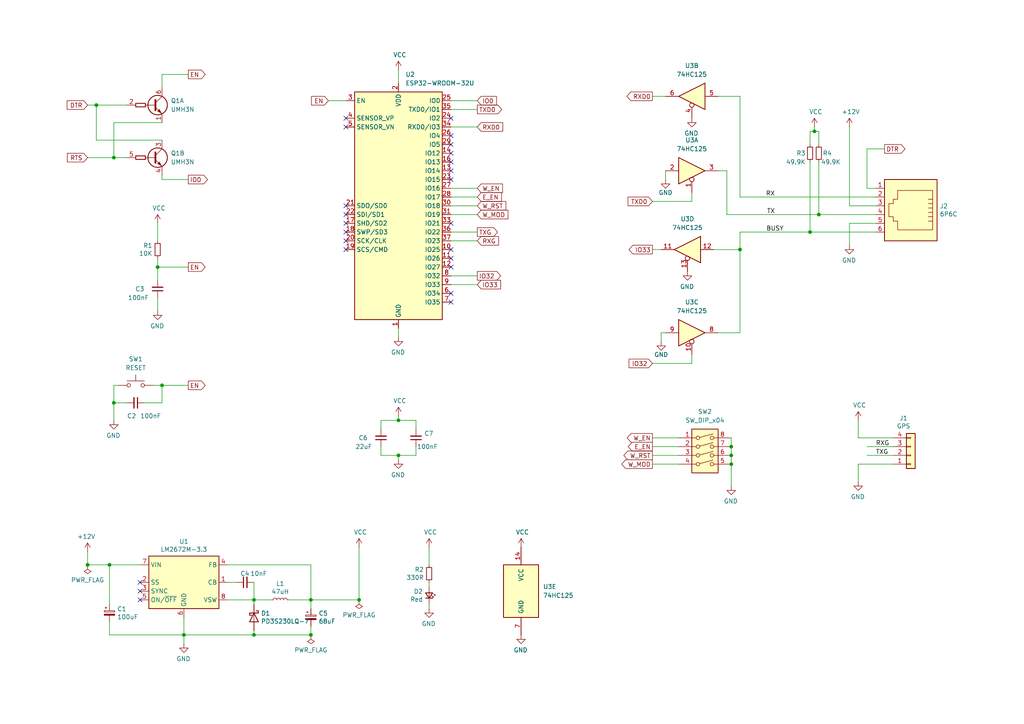
<source format=kicad_sch>
(kicad_sch (version 20211123) (generator eeschema)
  (paper "A4")
  (lib_symbols
    (symbol "74xx:74LVC125" (pin_names (offset 1.016))
      (property "Reference" "U" (at 0 1.27 0))
      (property "Value" "74LVC125" (at 0 -1.27 0))
      (symbol "74LVC125_1_0"
        (polyline (pts (xy -3.81 3.81) (xy -3.81 -3.81) (xy 3.81 0) (xy -3.81 3.81)) (stroke (width 0.254)) (fill (type background)))
        (pin input inverted (at 0 -6.35 90) (length 4.445) (name "~") (number "1"))
        (pin input line (at -7.62 0 0) (length 3.81) (name "~") (number "2"))
        (pin tri_state line (at 7.62 0 180) (length 3.81) (name "~") (number "3"))
      )
      (symbol "74LVC125_2_0"
        (polyline (pts (xy -3.81 3.81) (xy -3.81 -3.81) (xy 3.81 0) (xy -3.81 3.81)) (stroke (width 0.254)) (fill (type background)))
        (pin input inverted (at 0 -6.35 90) (length 4.445) (name "~") (number "4"))
        (pin input line (at -7.62 0 0) (length 3.81) (name "~") (number "5"))
        (pin tri_state line (at 7.62 0 180) (length 3.81) (name "~") (number "6"))
      )
      (symbol "74LVC125_3_0"
        (polyline (pts (xy -3.81 3.81) (xy -3.81 -3.81) (xy 3.81 0) (xy -3.81 3.81)) (stroke (width 0.254)) (fill (type background)))
        (pin input inverted (at 0 -6.35 90) (length 4.445) (name "~") (number "10"))
        (pin tri_state line (at 7.62 0 180) (length 3.81) (name "~") (number "8"))
        (pin input line (at -7.62 0 0) (length 3.81) (name "~") (number "9"))
      )
      (symbol "74LVC125_4_0"
        (polyline (pts (xy -3.81 3.81) (xy -3.81 -3.81) (xy 3.81 0) (xy -3.81 3.81)) (stroke (width 0.254)) (fill (type background)))
        (pin tri_state line (at 7.62 0 180) (length 3.81) (name "~") (number "11"))
        (pin input line (at -7.62 0 0) (length 3.81) (name "~") (number "12"))
        (pin input inverted (at 0 -6.35 90) (length 4.445) (name "~") (number "13"))
      )
      (symbol "74LVC125_5_0"
        (pin power_in line (at 0 12.7 270) (length 5.08) (name "VCC") (number "14"))
        (pin power_in line (at 0 -12.7 90) (length 5.08) (name "GND") (number "7"))
      )
      (symbol "74LVC125_5_1"
        (rectangle (start -5.08 7.62) (end 5.08 -7.62) (stroke (width 0.254)) (fill (type background)))
      )
    )
    (symbol "Connector:6P6C" (pin_names (offset 1.016))
      (property "Reference" "J" (at -5.08 11.43 0))
      (property "Value" "6P6C" (at 2.54 11.43 0))
      (symbol "6P6C_0_1"
        (polyline (pts (xy -6.35 -1.905) (xy -5.08 -1.905) (xy -5.08 -1.905)))
        (polyline (pts (xy -6.35 -0.635) (xy -5.08 -0.635) (xy -5.08 -0.635)))
        (polyline (pts (xy -6.35 0.635) (xy -5.08 0.635) (xy -5.08 0.635)))
        (polyline (pts (xy -6.35 1.905) (xy -5.08 1.905) (xy -5.08 1.905)))
        (polyline (pts (xy -6.35 3.175) (xy -5.08 3.175) (xy -5.08 3.175)))
        (polyline (pts (xy -5.08 4.445) (xy -6.35 4.445) (xy -6.35 4.445)))
        (polyline (pts (xy -6.35 -4.445) (xy -6.35 6.985) (xy 3.81 6.985) (xy 3.81 4.445) (xy 5.08 4.445) (xy 5.08 3.175) (xy 6.35 3.175) (xy 6.35 -0.635) (xy 5.08 -0.635) (xy 5.08 -1.905) (xy 3.81 -1.905) (xy 3.81 -4.445) (xy -6.35 -4.445) (xy -6.35 -4.445)))
        (rectangle (start 7.62 10.16) (end -7.62 -7.62) (stroke (width 0.254)) (fill (type background)))
      )
      (symbol "6P6C_1_1"
        (pin passive line (at 10.16 -5.08 180) (length 2.54) (name "~") (number "1"))
        (pin passive line (at 10.16 -2.54 180) (length 2.54) (name "~") (number "2"))
        (pin passive line (at 10.16 0 180) (length 2.54) (name "~") (number "3"))
        (pin passive line (at 10.16 2.54 180) (length 2.54) (name "~") (number "4"))
        (pin passive line (at 10.16 5.08 180) (length 2.54) (name "~") (number "5"))
        (pin passive line (at 10.16 7.62 180) (length 2.54) (name "~") (number "6"))
      )
    )
    (symbol "Connector_Generic:Conn_01x04" (pin_names (offset 1.016) hide)
      (property "Reference" "J" (at 0 5.08 0))
      (property "Value" "Conn_01x04" (at 0 -7.62 0))
      (symbol "Conn_01x04_1_1"
        (rectangle (start -1.27 -4.953) (end 0 -5.207) (stroke (width 0.1524)))
        (rectangle (start -1.27 -2.413) (end 0 -2.667) (stroke (width 0.1524)))
        (rectangle (start -1.27 0.127) (end 0 -0.127) (stroke (width 0.1524)))
        (rectangle (start -1.27 2.667) (end 0 2.413) (stroke (width 0.1524)))
        (rectangle (start -1.27 3.81) (end 1.27 -6.35) (stroke (width 0.254)) (fill (type background)))
        (pin passive line (at -5.08 2.54 0) (length 3.81) (name "Pin_1") (number "1"))
        (pin passive line (at -5.08 0 0) (length 3.81) (name "Pin_2") (number "2"))
        (pin passive line (at -5.08 -2.54 0) (length 3.81) (name "Pin_3") (number "3"))
        (pin passive line (at -5.08 -5.08 0) (length 3.81) (name "Pin_4") (number "4"))
      )
    )
    (symbol "Device:CP_Small" (pin_numbers hide) (pin_names (offset 0.254) hide)
      (property "Reference" "C" (at 0.254 1.778 0))
      (property "Value" "Device_CP_Small" (at 0.254 -2.032 0))
      (symbol "CP_Small_0_1"
        (rectangle (start -1.524 -0.3048) (end 1.524 -0.6858) (fill (type outline)))
        (rectangle (start -1.524 0.6858) (end 1.524 0.3048))
        (polyline (pts (xy -1.27 1.524) (xy -0.762 1.524)))
        (polyline (pts (xy -1.016 1.27) (xy -1.016 1.778)))
      )
      (symbol "CP_Small_1_1"
        (pin passive line (at 0 2.54 270) (length 1.8542) (name "~") (number "1"))
        (pin passive line (at 0 -2.54 90) (length 1.8542) (name "~") (number "2"))
      )
    )
    (symbol "Device:C_Small" (pin_numbers hide) (pin_names (offset 0.254) hide)
      (property "Reference" "C" (at 0.254 1.778 0))
      (property "Value" "C_Small" (at 0.254 -2.032 0))
      (symbol "C_Small_0_1"
        (polyline (pts (xy -1.524 -0.508) (xy 1.524 -0.508)) (stroke (width 0.3302)))
        (polyline (pts (xy -1.524 0.508) (xy 1.524 0.508)) (stroke (width 0.3048)))
      )
      (symbol "C_Small_1_1"
        (pin passive line (at 0 2.54 270) (length 2.032) (name "~") (number "1"))
        (pin passive line (at 0 -2.54 90) (length 2.032) (name "~") (number "2"))
      )
    )
    (symbol "Device:D_Schottky" (pin_numbers hide) (pin_names (offset 1.016) hide)
      (property "Reference" "D" (at 0 2.54 0))
      (property "Value" "D_Schottky" (at 0 -2.54 0))
      (symbol "D_Schottky_0_1"
        (polyline (pts (xy 1.27 0) (xy -1.27 0)))
        (polyline (pts (xy 1.27 1.27) (xy 1.27 -1.27) (xy -1.27 0) (xy 1.27 1.27)) (stroke (width 0.254)))
        (polyline (pts (xy -1.905 0.635) (xy -1.905 1.27) (xy -1.27 1.27) (xy -1.27 -1.27) (xy -0.635 -1.27) (xy -0.635 -0.635)) (stroke (width 0.254)))
      )
      (symbol "D_Schottky_1_1"
        (pin passive line (at -3.81 0 0) (length 2.54) (name "K") (number "1"))
        (pin passive line (at 3.81 0 180) (length 2.54) (name "A") (number "2"))
      )
    )
    (symbol "Device:LED_Small" (pin_numbers hide) (pin_names (offset 0.254) hide)
      (property "Reference" "D" (at -1.27 3.175 0))
      (property "Value" "LED_Small" (at -4.445 -2.54 0))
      (symbol "LED_Small_0_1"
        (polyline (pts (xy -0.762 -1.016) (xy -0.762 1.016)) (stroke (width 0.254)))
        (polyline (pts (xy 1.016 0) (xy -0.762 0)))
        (polyline (pts (xy 0.762 -1.016) (xy -0.762 0) (xy 0.762 1.016) (xy 0.762 -1.016)) (stroke (width 0.254)))
        (polyline (pts (xy 0 0.762) (xy -0.508 1.27) (xy -0.254 1.27) (xy -0.508 1.27) (xy -0.508 1.016)))
        (polyline (pts (xy 0.508 1.27) (xy 0 1.778) (xy 0.254 1.778) (xy 0 1.778) (xy 0 1.524)))
      )
      (symbol "LED_Small_1_1"
        (pin passive line (at -2.54 0 0) (length 1.778) (name "K") (number "1"))
        (pin passive line (at 2.54 0 180) (length 1.778) (name "A") (number "2"))
      )
    )
    (symbol "Device:L_Small" (pin_numbers hide) (pin_names (offset 0.254) hide)
      (property "Reference" "L" (at 0.762 1.016 0))
      (property "Value" "L_Small" (at 0.762 -1.016 0))
      (symbol "L_Small_0_1"
        (arc (start 0 -2.032) (mid 0.508 -1.524) (end 0 -1.016))
        (arc (start 0 -1.016) (mid 0.508 -0.508) (end 0 0))
        (arc (start 0 0) (mid 0.508 0.508) (end 0 1.016))
        (arc (start 0 1.016) (mid 0.508 1.524) (end 0 2.032))
      )
      (symbol "L_Small_1_1"
        (pin passive line (at 0 2.54 270) (length 0.508) (name "~") (number "1"))
        (pin passive line (at 0 -2.54 90) (length 0.508) (name "~") (number "2"))
      )
    )
    (symbol "Device:R_Small" (pin_numbers hide) (pin_names (offset 0.254) hide)
      (property "Reference" "R" (at 0.762 0.508 0))
      (property "Value" "R_Small" (at 0.762 -1.016 0))
      (symbol "R_Small_0_1"
        (rectangle (start -0.762 1.778) (end 0.762 -1.778) (stroke (width 0.2032)))
      )
      (symbol "R_Small_1_1"
        (pin passive line (at 0 2.54 270) (length 0.762) (name "~") (number "1"))
        (pin passive line (at 0 -2.54 90) (length 0.762) (name "~") (number "2"))
      )
    )
    (symbol "RF_Module:ESP32-WROOM-32U"
      (property "Reference" "U" (at -12.7 34.29 0))
      (property "Value" "ESP32-WROOM-32U" (at 1.27 34.29 0))
      (symbol "ESP32-WROOM-32U_0_1"
        (rectangle (start -12.7 33.02) (end 12.7 -33.02) (stroke (width 0.254)) (fill (type background)))
      )
      (symbol "ESP32-WROOM-32U_1_1"
        (pin power_in line (at 0 -35.56 90) (length 2.54) (name "GND") (number "1"))
        (pin bidirectional line (at 15.24 -12.7 180) (length 2.54) (name "IO25") (number "10"))
        (pin bidirectional line (at 15.24 -15.24 180) (length 2.54) (name "IO26") (number "11"))
        (pin bidirectional line (at 15.24 -17.78 180) (length 2.54) (name "IO27") (number "12"))
        (pin bidirectional line (at 15.24 10.16 180) (length 2.54) (name "IO14") (number "13"))
        (pin bidirectional line (at 15.24 15.24 180) (length 2.54) (name "IO12") (number "14"))
        (pin passive line (at 0 -35.56 90) (length 2.54) hide (name "GND") (number "15"))
        (pin bidirectional line (at 15.24 12.7 180) (length 2.54) (name "IO13") (number "16"))
        (pin bidirectional line (at -15.24 -5.08 0) (length 2.54) (name "SHD/SD2") (number "17"))
        (pin bidirectional line (at -15.24 -7.62 0) (length 2.54) (name "SWP/SD3") (number "18"))
        (pin bidirectional line (at -15.24 -12.7 0) (length 2.54) (name "SCS/CMD") (number "19"))
        (pin power_in line (at 0 35.56 270) (length 2.54) (name "VDD") (number "2"))
        (pin bidirectional line (at -15.24 -10.16 0) (length 2.54) (name "SCK/CLK") (number "20"))
        (pin bidirectional line (at -15.24 0 0) (length 2.54) (name "SDO/SD0") (number "21"))
        (pin bidirectional line (at -15.24 -2.54 0) (length 2.54) (name "SDI/SD1") (number "22"))
        (pin bidirectional line (at 15.24 7.62 180) (length 2.54) (name "IO15") (number "23"))
        (pin bidirectional line (at 15.24 25.4 180) (length 2.54) (name "IO2") (number "24"))
        (pin bidirectional line (at 15.24 30.48 180) (length 2.54) (name "IO0") (number "25"))
        (pin bidirectional line (at 15.24 20.32 180) (length 2.54) (name "IO4") (number "26"))
        (pin bidirectional line (at 15.24 5.08 180) (length 2.54) (name "IO16") (number "27"))
        (pin bidirectional line (at 15.24 2.54 180) (length 2.54) (name "IO17") (number "28"))
        (pin bidirectional line (at 15.24 17.78 180) (length 2.54) (name "IO5") (number "29"))
        (pin input line (at -15.24 30.48 0) (length 2.54) (name "EN") (number "3"))
        (pin bidirectional line (at 15.24 0 180) (length 2.54) (name "IO18") (number "30"))
        (pin bidirectional line (at 15.24 -2.54 180) (length 2.54) (name "IO19") (number "31"))
        (pin no_connect line (at -12.7 -27.94 0) (length 2.54) hide (name "NC") (number "32"))
        (pin bidirectional line (at 15.24 -5.08 180) (length 2.54) (name "IO21") (number "33"))
        (pin bidirectional line (at 15.24 22.86 180) (length 2.54) (name "RXD0/IO3") (number "34"))
        (pin bidirectional line (at 15.24 27.94 180) (length 2.54) (name "TXD0/IO1") (number "35"))
        (pin bidirectional line (at 15.24 -7.62 180) (length 2.54) (name "IO22") (number "36"))
        (pin bidirectional line (at 15.24 -10.16 180) (length 2.54) (name "IO23") (number "37"))
        (pin passive line (at 0 -35.56 90) (length 2.54) hide (name "GND") (number "38"))
        (pin passive line (at 0 -35.56 90) (length 2.54) hide (name "GND") (number "39"))
        (pin input line (at -15.24 25.4 0) (length 2.54) (name "SENSOR_VP") (number "4"))
        (pin input line (at -15.24 22.86 0) (length 2.54) (name "SENSOR_VN") (number "5"))
        (pin input line (at 15.24 -25.4 180) (length 2.54) (name "IO34") (number "6"))
        (pin input line (at 15.24 -27.94 180) (length 2.54) (name "IO35") (number "7"))
        (pin bidirectional line (at 15.24 -20.32 180) (length 2.54) (name "IO32") (number "8"))
        (pin bidirectional line (at 15.24 -22.86 180) (length 2.54) (name "IO33") (number "9"))
      )
    )
    (symbol "Regulator_Switching:LM2672M-3.3"
      (property "Reference" "U" (at -10.16 8.89 0))
      (property "Value" "LM2672M-3.3" (at 0 8.89 0))
      (symbol "LM2672M-3.3_0_1"
        (rectangle (start -10.16 7.62) (end 10.16 -7.62) (stroke (width 0.254)) (fill (type background)))
      )
      (symbol "LM2672M-3.3_1_1"
        (pin input line (at 12.7 0 180) (length 2.54) (name "CB") (number "1"))
        (pin input line (at -12.7 0 0) (length 2.54) (name "SS") (number "2"))
        (pin input line (at -12.7 -2.54 0) (length 2.54) (name "SYNC") (number "3"))
        (pin input line (at 12.7 5.08 180) (length 2.54) (name "FB") (number "4"))
        (pin input line (at -12.7 -5.08 0) (length 2.54) (name "ON/~{OFF}") (number "5"))
        (pin power_in line (at 0 -10.16 90) (length 2.54) (name "GND") (number "6"))
        (pin power_in line (at -12.7 5.08 0) (length 2.54) (name "VIN") (number "7"))
        (pin output line (at 12.7 -5.08 180) (length 2.54) (name "VSW") (number "8"))
      )
    )
    (symbol "Switch:SW_DIP_x04" (pin_names (offset 0) hide)
      (property "Reference" "SW" (at 0 8.89 0))
      (property "Value" "SW_DIP_x04" (at 0 -6.35 0))
      (symbol "SW_DIP_x04_0_0"
        (circle (center -2.032 -2.54) (radius 0.508))
        (circle (center -2.032 0) (radius 0.508))
        (circle (center -2.032 2.54) (radius 0.508))
        (circle (center -2.032 5.08) (radius 0.508))
        (polyline (pts (xy -1.524 -2.3876) (xy 2.3622 -1.3462)))
        (polyline (pts (xy -1.524 0.127) (xy 2.3622 1.1684)))
        (polyline (pts (xy -1.524 2.667) (xy 2.3622 3.7084)))
        (polyline (pts (xy -1.524 5.207) (xy 2.3622 6.2484)))
        (circle (center 2.032 -2.54) (radius 0.508))
        (circle (center 2.032 0) (radius 0.508))
        (circle (center 2.032 2.54) (radius 0.508))
        (circle (center 2.032 5.08) (radius 0.508))
      )
      (symbol "SW_DIP_x04_0_1"
        (rectangle (start -3.81 7.62) (end 3.81 -5.08) (stroke (width 0.254)) (fill (type background)))
      )
      (symbol "SW_DIP_x04_1_1"
        (pin passive line (at -7.62 5.08 0) (length 5.08) (name "~") (number "1"))
        (pin passive line (at -7.62 2.54 0) (length 5.08) (name "~") (number "2"))
        (pin passive line (at -7.62 0 0) (length 5.08) (name "~") (number "3"))
        (pin passive line (at -7.62 -2.54 0) (length 5.08) (name "~") (number "4"))
        (pin passive line (at 7.62 -2.54 180) (length 5.08) (name "~") (number "5"))
        (pin passive line (at 7.62 0 180) (length 5.08) (name "~") (number "6"))
        (pin passive line (at 7.62 2.54 180) (length 5.08) (name "~") (number "7"))
        (pin passive line (at 7.62 5.08 180) (length 5.08) (name "~") (number "8"))
      )
    )
    (symbol "Switch:SW_Push" (pin_numbers hide) (pin_names (offset 1.016) hide)
      (property "Reference" "SW" (at 1.27 2.54 0))
      (property "Value" "SW_Push" (at 0 -1.524 0))
      (symbol "SW_Push_0_1"
        (circle (center -2.032 0) (radius 0.508))
        (polyline (pts (xy 0 1.27) (xy 0 3.048)))
        (polyline (pts (xy 2.54 1.27) (xy -2.54 1.27)))
        (circle (center 2.032 0) (radius 0.508))
        (pin passive line (at -5.08 0 0) (length 2.54) (name "1") (number "1"))
        (pin passive line (at 5.08 0 180) (length 2.54) (name "2") (number "2"))
      )
    )
    (symbol "Transistor_BJT:UMH3N" (pin_names hide)
      (property "Reference" "Q" (at 7.62 1.27 0))
      (property "Value" "UMH3N" (at 7.62 -1.27 0))
      (symbol "UMH3N_0_1"
        (polyline (pts (xy 3.175 0) (xy 0.254 0)))
        (polyline (pts (xy 3.175 0.635) (xy 5.08 2.54)))
        (polyline (pts (xy 3.175 1.524) (xy 3.175 -1.524)) (stroke (width 0.508)))
        (polyline (pts (xy 3.175 -0.635) (xy 5.08 -2.54) (xy 5.08 -2.54)))
        (polyline (pts (xy 3.81 -1.778) (xy 4.318 -1.27) (xy 4.826 -2.286) (xy 3.81 -1.778) (xy 3.81 -1.778)) (fill (type outline)))
        (rectangle (start 0.254 0.508) (end -2.54 -0.508) (stroke (width 0.254)))
        (circle (center 3.81 0) (radius 2.8194) (stroke (width 0.254)))
      )
      (symbol "UMH3N_1_1"
        (pin passive line (at 5.08 -5.08 90) (length 2.54) (name "E1") (number "1"))
        (pin input line (at -5.08 0 0) (length 2.54) (name "B1") (number "2"))
        (pin passive line (at 5.08 5.08 270) (length 2.54) (name "C1") (number "6"))
      )
      (symbol "UMH3N_2_1"
        (pin passive line (at 5.08 5.08 270) (length 2.54) (name "C2") (number "3"))
        (pin passive line (at 5.08 -5.08 90) (length 2.54) (name "E2") (number "4"))
        (pin input line (at -5.08 0 0) (length 2.54) (name "B2") (number "5"))
      )
    )
    (symbol "power:+12V" (power) (pin_names (offset 0))
      (property "Value" "+12V" (at 0 3.556 0))
      (symbol "+12V_0_1"
        (polyline (pts (xy -0.762 1.27) (xy 0 2.54)))
        (polyline (pts (xy 0 0) (xy 0 2.54)))
        (polyline (pts (xy 0 2.54) (xy 0.762 1.27)))
      )
      (symbol "+12V_1_1"
        (pin power_in line (at 0 0 90) (length 0) hide (name "+12V") (number "1"))
      )
    )
    (symbol "power:GND" (power) (pin_names (offset 0))
      (property "Value" "GND" (at 0 -3.81 0))
      (symbol "GND_0_1"
        (polyline (pts (xy 0 0) (xy 0 -1.27) (xy 1.27 -1.27) (xy 0 -2.54) (xy -1.27 -1.27) (xy 0 -1.27)))
      )
      (symbol "GND_1_1"
        (pin power_in line (at 0 0 270) (length 0) hide (name "GND") (number "1"))
      )
    )
    (symbol "power:PWR_FLAG" (power) (pin_numbers hide) (pin_names (offset 0) hide)
      (property "Value" "PWR_FLAG" (at 0 3.81 0))
      (symbol "PWR_FLAG_0_0"
        (pin power_out line (at 0 0 90) (length 0) (name "pwr") (number "1"))
      )
      (symbol "PWR_FLAG_0_1"
        (polyline (pts (xy 0 0) (xy 0 1.27) (xy -1.016 1.905) (xy 0 2.54) (xy 1.016 1.905) (xy 0 1.27)))
      )
    )
    (symbol "power:VCC" (power) (pin_names (offset 0))
      (property "Value" "VCC" (at 0 3.81 0))
      (symbol "VCC_0_1"
        (polyline (pts (xy -0.762 1.27) (xy 0 2.54)))
        (polyline (pts (xy 0 0) (xy 0 2.54)))
        (polyline (pts (xy 0 2.54) (xy 0.762 1.27)))
      )
      (symbol "VCC_1_1"
        (pin power_in line (at 0 0 90) (length 0) hide (name "VCC") (number "1"))
      )
    )
  )
  (junction (at 46.99 111.76))
  (junction (at 90.17 173.99))
  (junction (at 212.09 132.08))
  (junction (at 73.66 173.99))
  (junction (at 90.17 184.15))
  (junction (at 237.49 62.23))
  (junction (at 31.75 163.83))
  (junction (at 214.63 72.39))
  (junction (at 25.4 163.83))
  (junction (at 212.09 134.62))
  (junction (at 212.09 129.54))
  (junction (at 104.14 173.99))
  (junction (at 115.57 121.92))
  (junction (at 27.94 30.48))
  (junction (at 53.34 184.15))
  (junction (at 115.57 132.08))
  (junction (at 33.02 45.72))
  (junction (at 73.66 184.15))
  (junction (at 33.02 116.84))
  (junction (at 236.22 38.1))
  (junction (at 45.72 77.47))
  (junction (at 234.95 67.31))
  (no_connect (at 130.81 44.45))
  (no_connect (at 130.81 41.91))
  (no_connect (at 130.81 39.37))
  (no_connect (at 130.81 34.29))
  (no_connect (at 130.81 52.07))
  (no_connect (at 130.81 49.53))
  (no_connect (at 130.81 46.99))
  (no_connect (at 130.81 77.47))
  (no_connect (at 130.81 74.93))
  (no_connect (at 130.81 64.77))
  (no_connect (at 130.81 85.09))
  (no_connect (at 130.81 87.63))
  (no_connect (at 130.81 72.39))
  (no_connect (at 40.64 173.99))
  (no_connect (at 40.64 168.91))
  (no_connect (at 100.33 64.77))
  (no_connect (at 100.33 67.31))
  (no_connect (at 100.33 62.23))
  (no_connect (at 100.33 72.39))
  (no_connect (at 100.33 69.85))
  (no_connect (at 100.33 59.69))
  (no_connect (at 100.33 36.83))
  (no_connect (at 100.33 34.29))
  (no_connect (at 40.64 171.45))
  (wire (pts (xy 130.81 31.75) (xy 138.43 31.75)))
  (wire (pts (xy 130.81 57.15) (xy 138.43 57.15)))
  (wire (pts (xy 110.49 129.54) (xy 110.49 132.08)))
  (wire (pts (xy 214.63 57.15) (xy 214.63 27.94)))
  (wire (pts (xy 45.72 74.93) (xy 45.72 77.47)))
  (wire (pts (xy 254 59.69) (xy 246.38 59.69)))
  (wire (pts (xy 189.23 134.62) (xy 196.85 134.62)))
  (wire (pts (xy 214.63 27.94) (xy 208.28 27.94)))
  (wire (pts (xy 210.82 49.53) (xy 208.28 49.53)))
  (wire (pts (xy 46.99 21.59) (xy 54.61 21.59)))
  (wire (pts (xy 254 62.23) (xy 237.49 62.23)))
  (wire (pts (xy 53.34 184.15) (xy 53.34 179.07)))
  (wire (pts (xy 90.17 173.99) (xy 90.17 176.53)))
  (wire (pts (xy 130.81 59.69) (xy 138.43 59.69)))
  (wire (pts (xy 210.82 62.23) (xy 237.49 62.23)))
  (wire (pts (xy 33.02 45.72) (xy 36.83 45.72)))
  (wire (pts (xy 33.02 116.84) (xy 36.83 116.84)))
  (wire (pts (xy 193.04 49.53) (xy 193.04 52.07)))
  (wire (pts (xy 248.92 127) (xy 259.08 127)))
  (wire (pts (xy 248.92 127) (xy 248.92 121.92)))
  (wire (pts (xy 193.04 96.52) (xy 191.77 96.52)))
  (wire (pts (xy 31.75 180.34) (xy 31.75 184.15)))
  (wire (pts (xy 25.4 45.72) (xy 33.02 45.72)))
  (wire (pts (xy 214.63 67.31) (xy 234.95 67.31)))
  (wire (pts (xy 27.94 30.48) (xy 36.83 30.48)))
  (wire (pts (xy 46.99 35.56) (xy 33.02 35.56)))
  (wire (pts (xy 53.34 186.69) (xy 53.34 184.15)))
  (wire (pts (xy 46.99 52.07) (xy 54.61 52.07)))
  (wire (pts (xy 45.72 86.36) (xy 45.72 90.17)))
  (wire (pts (xy 124.46 158.75) (xy 124.46 163.83)))
  (wire (pts (xy 104.14 158.75) (xy 104.14 173.99)))
  (wire (pts (xy 189.23 105.41) (xy 200.66 105.41)))
  (wire (pts (xy 210.82 62.23) (xy 210.82 49.53)))
  (wire (pts (xy 33.02 111.76) (xy 33.02 116.84)))
  (wire (pts (xy 110.49 121.92) (xy 115.57 121.92)))
  (wire (pts (xy 44.45 111.76) (xy 46.99 111.76)))
  (wire (pts (xy 46.99 116.84) (xy 46.99 111.76)))
  (wire (pts (xy 25.4 160.02) (xy 25.4 163.83)))
  (wire (pts (xy 115.57 132.08) (xy 120.65 132.08)))
  (wire (pts (xy 130.81 62.23) (xy 138.43 62.23)))
  (wire (pts (xy 236.22 38.1) (xy 236.22 36.83)))
  (wire (pts (xy 246.38 64.77) (xy 246.38 71.12)))
  (wire (pts (xy 189.23 27.94) (xy 193.04 27.94)))
  (wire (pts (xy 130.81 82.55) (xy 138.43 82.55)))
  (wire (pts (xy 46.99 25.4) (xy 46.99 21.59)))
  (wire (pts (xy 46.99 40.64) (xy 27.94 40.64)))
  (wire (pts (xy 33.02 35.56) (xy 33.02 45.72)))
  (wire (pts (xy 189.23 72.39) (xy 191.77 72.39)))
  (wire (pts (xy 124.46 176.53) (xy 124.46 175.26)))
  (wire (pts (xy 212.09 134.62) (xy 212.09 140.97)))
  (wire (pts (xy 214.63 67.31) (xy 214.63 72.39)))
  (wire (pts (xy 246.38 36.83) (xy 246.38 59.69)))
  (wire (pts (xy 66.04 168.91) (xy 68.58 168.91)))
  (wire (pts (xy 90.17 163.83) (xy 90.17 173.99)))
  (wire (pts (xy 248.92 134.62) (xy 248.92 139.7)))
  (wire (pts (xy 208.28 96.52) (xy 214.63 96.52)))
  (wire (pts (xy 25.4 30.48) (xy 27.94 30.48)))
  (wire (pts (xy 120.65 121.92) (xy 120.65 124.46)))
  (wire (pts (xy 66.04 173.99) (xy 73.66 173.99)))
  (wire (pts (xy 90.17 181.61) (xy 90.17 184.15)))
  (wire (pts (xy 46.99 50.8) (xy 46.99 52.07)))
  (wire (pts (xy 45.72 77.47) (xy 45.72 81.28)))
  (wire (pts (xy 234.95 38.1) (xy 236.22 38.1)))
  (wire (pts (xy 45.72 64.77) (xy 45.72 69.85)))
  (wire (pts (xy 189.23 58.42) (xy 200.66 58.42)))
  (wire (pts (xy 207.01 72.39) (xy 214.63 72.39)))
  (wire (pts (xy 73.66 173.99) (xy 73.66 175.26)))
  (wire (pts (xy 34.29 111.76) (xy 33.02 111.76)))
  (wire (pts (xy 130.81 67.31) (xy 138.43 67.31)))
  (wire (pts (xy 259.08 129.54) (xy 251.46 129.54)))
  (wire (pts (xy 259.08 132.08) (xy 251.46 132.08)))
  (wire (pts (xy 31.75 184.15) (xy 53.34 184.15)))
  (wire (pts (xy 90.17 173.99) (xy 104.14 173.99)))
  (wire (pts (xy 27.94 40.64) (xy 27.94 30.48)))
  (wire (pts (xy 31.75 175.26) (xy 31.75 163.83)))
  (wire (pts (xy 25.4 163.83) (xy 31.75 163.83)))
  (wire (pts (xy 110.49 121.92) (xy 110.49 124.46)))
  (wire (pts (xy 115.57 120.65) (xy 115.57 121.92)))
  (wire (pts (xy 236.22 38.1) (xy 237.49 38.1)))
  (wire (pts (xy 66.04 163.83) (xy 90.17 163.83)))
  (wire (pts (xy 73.66 184.15) (xy 90.17 184.15)))
  (wire (pts (xy 251.46 54.61) (xy 251.46 43.18)))
  (wire (pts (xy 200.66 102.87) (xy 200.66 105.41)))
  (wire (pts (xy 73.66 182.88) (xy 73.66 184.15)))
  (wire (pts (xy 130.81 69.85) (xy 138.43 69.85)))
  (wire (pts (xy 237.49 46.99) (xy 237.49 62.23)))
  (wire (pts (xy 124.46 170.18) (xy 124.46 168.91)))
  (wire (pts (xy 251.46 43.18) (xy 256.54 43.18)))
  (wire (pts (xy 95.25 29.21) (xy 100.33 29.21)))
  (wire (pts (xy 189.23 127) (xy 196.85 127)))
  (wire (pts (xy 248.92 134.62) (xy 259.08 134.62)))
  (wire (pts (xy 130.81 80.01) (xy 138.43 80.01)))
  (wire (pts (xy 200.66 55.88) (xy 200.66 58.42)))
  (wire (pts (xy 234.95 38.1) (xy 234.95 41.91)))
  (wire (pts (xy 189.23 132.08) (xy 196.85 132.08)))
  (wire (pts (xy 115.57 132.08) (xy 115.57 133.35)))
  (wire (pts (xy 212.09 132.08) (xy 212.09 134.62)))
  (wire (pts (xy 73.66 173.99) (xy 78.74 173.99)))
  (wire (pts (xy 191.77 96.52) (xy 191.77 99.06)))
  (wire (pts (xy 130.81 29.21) (xy 138.43 29.21)))
  (wire (pts (xy 45.72 77.47) (xy 54.61 77.47)))
  (wire (pts (xy 130.81 54.61) (xy 138.43 54.61)))
  (wire (pts (xy 110.49 132.08) (xy 115.57 132.08)))
  (wire (pts (xy 46.99 111.76) (xy 54.61 111.76)))
  (wire (pts (xy 41.91 116.84) (xy 46.99 116.84)))
  (wire (pts (xy 254 54.61) (xy 251.46 54.61)))
  (wire (pts (xy 234.95 67.31) (xy 254 67.31)))
  (wire (pts (xy 212.09 129.54) (xy 212.09 132.08)))
  (wire (pts (xy 33.02 116.84) (xy 33.02 121.92)))
  (wire (pts (xy 83.82 173.99) (xy 90.17 173.99)))
  (wire (pts (xy 212.09 127) (xy 212.09 129.54)))
  (wire (pts (xy 120.65 132.08) (xy 120.65 129.54)))
  (wire (pts (xy 189.23 129.54) (xy 196.85 129.54)))
  (wire (pts (xy 214.63 57.15) (xy 254 57.15)))
  (wire (pts (xy 237.49 38.1) (xy 237.49 41.91)))
  (wire (pts (xy 115.57 20.32) (xy 115.57 24.13)))
  (wire (pts (xy 234.95 46.99) (xy 234.95 67.31)))
  (wire (pts (xy 254 64.77) (xy 246.38 64.77)))
  (wire (pts (xy 73.66 168.91) (xy 73.66 173.99)))
  (wire (pts (xy 214.63 72.39) (xy 214.63 96.52)))
  (wire (pts (xy 115.57 121.92) (xy 120.65 121.92)))
  (wire (pts (xy 130.81 36.83) (xy 138.43 36.83)))
  (wire (pts (xy 115.57 97.79) (xy 115.57 95.25)))
  (wire (pts (xy 53.34 184.15) (xy 73.66 184.15)))
  (wire (pts (xy 31.75 163.83) (xy 40.64 163.83)))
  (label "TX" (at 224.79 62.23 180))
  (label "RXG" (at 254 129.54 0))
  (label "BUSY" (at 227.33 67.31 180))
  (label "TXG" (at 254 132.08 0))
  (label "RX" (at 224.79 57.15 180))
  (global_label "IO32" (shape input) (at 189.23 105.41 180) (property "Intersheet References" "${INTERSHEET_REFS}" (effects hide)))
  (global_label "W_EN" (shape input) (at 138.43 54.61 0) (property "Intersheet References" "${INTERSHEET_REFS}" (effects hide)))
  (global_label "RXD0" (shape input) (at 138.43 36.83 0) (property "Intersheet References" "${INTERSHEET_REFS}" (effects hide)))
  (global_label "TXD0" (shape output) (at 138.43 31.75 0) (property "Intersheet References" "${INTERSHEET_REFS}" (effects hide)))
  (global_label "W_EN" (shape output) (at 189.23 127 180) (property "Intersheet References" "${INTERSHEET_REFS}" (effects hide)))
  (global_label "RTS" (shape input) (at 25.4 45.72 180) (property "Intersheet References" "${INTERSHEET_REFS}" (effects hide)))
  (global_label "E_EN" (shape output) (at 189.23 129.54 180) (property "Intersheet References" "${INTERSHEET_REFS}" (effects hide)))
  (global_label "IO32" (shape output) (at 138.43 80.01 0) (property "Intersheet References" "${INTERSHEET_REFS}" (effects hide)))
  (global_label "W_RST" (shape output) (at 189.23 132.08 180) (property "Intersheet References" "${INTERSHEET_REFS}" (effects hide)))
  (global_label "EN" (shape output) (at 54.61 111.76 0) (property "Intersheet References" "${INTERSHEET_REFS}" (effects hide)))
  (global_label "TXD0" (shape input) (at 189.23 58.42 180) (property "Intersheet References" "${INTERSHEET_REFS}" (effects hide)))
  (global_label "DTR" (shape output) (at 256.54 43.18 0) (property "Intersheet References" "${INTERSHEET_REFS}" (effects hide)))
  (global_label "RXG" (shape input) (at 138.43 69.85 0) (property "Intersheet References" "${INTERSHEET_REFS}" (effects hide)))
  (global_label "W_RST" (shape input) (at 138.43 59.69 0) (property "Intersheet References" "${INTERSHEET_REFS}" (effects hide)))
  (global_label "W_MOD" (shape output) (at 189.23 134.62 180) (property "Intersheet References" "${INTERSHEET_REFS}" (effects hide)))
  (global_label "RXD0" (shape output) (at 189.23 27.94 180) (property "Intersheet References" "${INTERSHEET_REFS}" (effects hide)))
  (global_label "EN" (shape output) (at 54.61 21.59 0) (property "Intersheet References" "${INTERSHEET_REFS}" (effects hide)))
  (global_label "IO33" (shape output) (at 189.23 72.39 180) (property "Intersheet References" "${INTERSHEET_REFS}" (effects hide)))
  (global_label "IO0" (shape output) (at 54.61 52.07 0) (property "Intersheet References" "${INTERSHEET_REFS}" (effects hide)))
  (global_label "EN" (shape output) (at 54.61 77.47 0) (property "Intersheet References" "${INTERSHEET_REFS}" (effects hide)))
  (global_label "IO33" (shape input) (at 138.43 82.55 0) (property "Intersheet References" "${INTERSHEET_REFS}" (effects hide)))
  (global_label "E_EN" (shape input) (at 138.43 57.15 0) (property "Intersheet References" "${INTERSHEET_REFS}" (effects hide)))
  (global_label "TXG" (shape output) (at 138.43 67.31 0) (property "Intersheet References" "${INTERSHEET_REFS}" (effects hide)))
  (global_label "DTR" (shape input) (at 25.4 30.48 180) (property "Intersheet References" "${INTERSHEET_REFS}" (effects hide)))
  (global_label "EN" (shape input) (at 95.25 29.21 180) (property "Intersheet References" "${INTERSHEET_REFS}" (effects hide)))
  (global_label "IO0" (shape input) (at 138.43 29.21 0) (property "Intersheet References" "${INTERSHEET_REFS}" (effects hide)))
  (global_label "W_MOD" (shape input) (at 138.43 62.23 0) (property "Intersheet References" "${INTERSHEET_REFS}" (effects hide)))
  (symbol (lib_id "Transistor_BJT:UMH3N") (at 41.91 30.48 0) (unit 1)
    (property "Reference" "Q1" (at 49.53 29.2099 0) (effects (justify left)))
    (property "Value" "UMH3N" (at 49.53 31.7499 0) (effects (justify left)))
    (property "Footprint" "Package_TO_SOT_SMD:SOT-363_SC-70-6" (effects hide))
    (property "Datasheet" "http://rohmfs.rohm.com/en/products/databook/datasheet/discrete/transistor/digital/emh3t2r-e.pdf" (effects hide))
  )
  (symbol (lib_id "power:+12V") (at 246.38 36.83 0) (unit 1)
    (property "Reference" "#PWR023" (effects hide))
    (property "Value" "+12V" (at 246.761 32.4358 0))
  )
  (symbol (lib_id "power:VCC") (at 115.57 20.32 0) (unit 1)
    (property "Reference" "#PWR09" (effects hide))
    (property "Value" "VCC" (at 115.951 15.9258 0))
  )
  (symbol (lib_id "Regulator_Switching:LM2672M-3.3") (at 53.34 168.91 0) (unit 1)
    (property "Reference" "U1" (at 53.34 157.0482 0))
    (property "Value" "LM2672M-3.3" (at 53.34 159.3596 0))
    (property "Footprint" "Package_SO:SOIC-8_3.9x4.9mm_P1.27mm" (effects hide))
    (property "Datasheet" "http://www.ti.com/lit/ds/symlink/lm2672.pdf" (effects hide))
    (property "MPN" "LM2672M-3.3/NOPB" (effects hide))
  )
  (symbol (lib_id "power:GND") (at 151.13 184.15 0) (mirror y) (unit 1)
    (property "Reference" "#PWR014" (effects hide))
    (property "Value" "GND" (at 151.003 188.5442 0))
  )
  (symbol (lib_id "power:GND") (at 115.57 133.35 0) (mirror y) (unit 1)
    (property "Reference" "#PWR08" (effects hide))
    (property "Value" "GND" (at 115.443 137.7442 0))
  )
  (symbol (lib_id "power:VCC") (at 236.22 36.83 0) (unit 1)
    (property "Reference" "#PWR022" (effects hide))
    (property "Value" "VCC" (at 236.601 32.4358 0))
  )
  (symbol (lib_id "power:GND") (at 199.39 78.74 0) (mirror y) (unit 1)
    (property "Reference" "#PWR020" (effects hide))
    (property "Value" "GND" (at 199.263 83.1342 0))
  )
  (symbol (lib_id "74xx:74LVC125") (at 200.66 27.94 0) (mirror y) (unit 2)
    (property "Reference" "U3" (at 200.66 19.05 0))
    (property "Value" "74HC125" (at 200.66 21.59 0))
    (property "Footprint" "Package_SO:TSSOP-14_4.4x5mm_P0.65mm" (effects hide))
    (property "Datasheet" "http://www.ti.com/lit/gpn/sn74LVC125" (effects hide))
  )
  (symbol (lib_id "power:VCC") (at 124.46 158.75 0) (unit 1)
    (property "Reference" "#PWR011" (effects hide))
    (property "Value" "VCC" (at 124.841 154.3558 0))
  )
  (symbol (lib_id "power:GND") (at 45.72 90.17 0) (mirror y) (unit 1)
    (property "Reference" "#PWR04" (effects hide))
    (property "Value" "GND" (at 45.593 94.5642 0))
  )
  (symbol (lib_id "power:GND") (at 246.38 71.12 0) (mirror y) (unit 1)
    (property "Reference" "#PWR024" (effects hide))
    (property "Value" "GND" (at 246.253 75.5142 0))
  )
  (symbol (lib_id "power:VCC") (at 151.13 158.75 0) (unit 1)
    (property "Reference" "#PWR013" (effects hide))
    (property "Value" "VCC" (at 151.511 154.3558 0))
  )
  (symbol (lib_id "Device:R_Small") (at 45.72 72.39 0) (mirror y) (unit 1)
    (property "Reference" "R1" (at 44.2214 71.2216 0) (effects (justify left)))
    (property "Value" "10K" (at 44.2214 73.533 0) (effects (justify left)))
    (property "Footprint" "Resistor_SMD:R_0603_1608Metric" (effects hide))
    (property "MPN" "CR0603-FX-1000ELF" (effects hide))
  )
  (symbol (lib_id "Device:C_Small") (at 110.49 127 180) (unit 1)
    (property "Reference" "C6" (at 106.68 127 0) (effects (justify left)))
    (property "Value" "22uF" (at 107.95 129.54 0) (effects (justify left)))
    (property "Footprint" "Capacitor_SMD:C_0805_2012Metric" (effects hide))
    (property "MPN" "C0805C226M8PACTU" (effects hide))
  )
  (symbol (lib_id "power:PWR_FLAG") (at 104.14 173.99 0) (mirror x) (unit 1)
    (property "Reference" "#FLG03" (effects hide))
    (property "Value" "PWR_FLAG" (at 104.14 178.3842 0))
  )
  (symbol (lib_id "power:+12V") (at 25.4 160.02 0) (mirror y) (unit 1)
    (property "Reference" "#PWR01" (effects hide))
    (property "Value" "+12V" (at 25.019 155.6258 0))
  )
  (symbol (lib_id "power:GND") (at 124.46 176.53 0) (mirror y) (unit 1)
    (property "Reference" "#PWR012" (effects hide))
    (property "Value" "GND" (at 124.333 180.9242 0))
  )
  (symbol (lib_id "Device:L_Small") (at 81.28 173.99 90) (unit 1)
    (property "Reference" "L1" (at 81.28 169.291 90))
    (property "Value" "47uH" (at 81.28 171.6024 90))
    (property "Footprint" "Inductor_SMD:L_Coilcraft_LPS5030" (effects hide))
    (property "MPN" "MSS6132-473MLC" (effects hide))
  )
  (symbol (lib_id "Connector_Generic:Conn_01x04") (at 264.16 132.08 0) (mirror x) (unit 1)
    (property "Reference" "J1" (at 262.0772 121.285 0))
    (property "Value" "GPS" (at 262.0772 123.5964 0))
    (property "Footprint" "Connector_JST:JST_SH_BM04B-SRSS-TB_1x04-1MP_P1.00mm_Vertical" (effects hide))
  )
  (symbol (lib_id "74xx:74LVC125") (at 151.13 171.45 0) (unit 5)
    (property "Reference" "U3" (at 157.48 170.1799 0) (effects (justify left)))
    (property "Value" "74HC125" (at 157.48 172.7199 0) (effects (justify left)))
    (property "Footprint" "Package_SO:TSSOP-14_4.4x5mm_P0.65mm" (effects hide))
    (property "Datasheet" "http://www.ti.com/lit/gpn/sn74LVC125" (effects hide))
  )
  (symbol (lib_id "Device:C_Small") (at 71.12 168.91 90) (unit 1)
    (property "Reference" "C4" (at 72.39 166.37 90) (effects (justify left)))
    (property "Value" "10nF" (at 77.47 166.37 90) (effects (justify left)))
    (property "Footprint" "Capacitor_SMD:C_0603_1608Metric" (effects hide))
  )
  (symbol (lib_id "Switch:SW_Push") (at 39.37 111.76 0) (unit 1)
    (property "Reference" "SW1" (at 39.37 104.14 0))
    (property "Value" "RESET" (at 39.37 106.68 0))
    (property "Footprint" "Button_Switch_SMD:SW_Push_SPST_NO_Alps_SKRK" (effects hide))
  )
  (symbol (lib_id "power:GND") (at 191.77 99.06 0) (mirror y) (unit 1)
    (property "Reference" "#PWR016" (effects hide))
    (property "Value" "GND" (at 191.77 102.87 0))
  )
  (symbol (lib_id "power:PWR_FLAG") (at 25.4 163.83 0) (mirror x) (unit 1)
    (property "Reference" "#FLG01" (effects hide))
    (property "Value" "PWR_FLAG" (at 25.4 168.2242 0))
  )
  (symbol (lib_id "74xx:74LVC125") (at 200.66 96.52 0) (unit 3)
    (property "Reference" "U3" (at 200.66 87.63 0))
    (property "Value" "74HC125" (at 200.66 90.17 0))
    (property "Footprint" "Package_SO:TSSOP-14_4.4x5mm_P0.65mm" (effects hide))
    (property "Datasheet" "http://www.ti.com/lit/gpn/sn74LVC125" (effects hide))
  )
  (symbol (lib_id "Device:CP_Small") (at 31.75 177.8 0) (unit 1)
    (property "Reference" "C1" (at 33.9852 176.6316 0) (effects (justify left)))
    (property "Value" "100uF" (at 33.9852 178.943 0) (effects (justify left)))
    (property "Footprint" "Capacitor_Tantalum_SMD:CP_EIA-7343-43_Kemet-X" (effects hide))
    (property "Datasheet" "https://www.mouser.com/datasheet/2/212/1/KEM_T2005_T491-1093550.pdf" (effects hide))
    (property "MPN" "T491X107M025AT" (effects hide))
  )
  (symbol (lib_id "74xx:74LVC125") (at 200.66 49.53 0) (unit 1)
    (property "Reference" "U3" (at 200.66 40.64 0))
    (property "Value" "74HC125" (at 200.66 43.18 0))
    (property "Footprint" "Package_SO:TSSOP-14_4.4x5mm_P0.65mm" (effects hide))
    (property "Datasheet" "http://www.ti.com/lit/gpn/sn74LVC125" (effects hide))
  )
  (symbol (lib_id "Device:R_Small") (at 237.49 44.45 0) (mirror y) (unit 1)
    (property "Reference" "R4" (at 241.3 44.45 0) (effects (justify left)))
    (property "Value" "49.9K" (at 243.84 46.99 0) (effects (justify left)))
    (property "Footprint" "Resistor_SMD:R_0603_1608Metric" (effects hide))
    (property "Datasheet" "https://www.mouser.com/datasheet/2/54/crxxxxx-1858361.pdf" (effects hide))
    (property "MPN" "CR0603-FX-4992ELF" (effects hide))
  )
  (symbol (lib_id "power:VCC") (at 104.14 158.75 0) (unit 1)
    (property "Reference" "#PWR06" (effects hide))
    (property "Value" "VCC" (at 104.521 154.3558 0))
  )
  (symbol (lib_id "power:GND") (at 212.09 140.97 0) (mirror y) (unit 1)
    (property "Reference" "#PWR015" (effects hide))
    (property "Value" "GND" (at 211.963 145.3642 0))
  )
  (symbol (lib_id "power:VCC") (at 45.72 64.77 0) (unit 1)
    (property "Reference" "#PWR03" (effects hide))
    (property "Value" "VCC" (at 46.101 60.3758 0))
  )
  (symbol (lib_id "74xx:74LVC125") (at 199.39 72.39 0) (mirror y) (unit 4)
    (property "Reference" "U3" (at 199.39 63.5 0))
    (property "Value" "74HC125" (at 199.39 66.04 0))
    (property "Footprint" "Package_SO:TSSOP-14_4.4x5mm_P0.65mm" (effects hide))
    (property "Datasheet" "http://www.ti.com/lit/gpn/sn74LVC125" (effects hide))
  )
  (symbol (lib_id "power:GND") (at 53.34 186.69 0) (mirror y) (unit 1)
    (property "Reference" "#PWR05" (effects hide))
    (property "Value" "GND" (at 53.213 191.0842 0))
  )
  (symbol (lib_id "Switch:SW_DIP_x04") (at 204.47 132.08 0) (unit 1)
    (property "Reference" "SW2" (at 204.47 119.38 0))
    (property "Value" "SW_DIP_x04" (at 204.47 121.92 0))
    (property "Footprint" "Button_Switch_SMD:SW_DIP_SPSTx04_Slide_6.7x11.72mm_W8.61mm_P2.54mm_LowProfile" (effects hide))
    (property "Datasheet" "https://www.mouser.com/datasheet/2/96/219-1144706.pdf" (effects hide))
    (property "MPN" "219-4MS" (effects hide))
  )
  (symbol (lib_id "power:VCC") (at 248.92 121.92 0) (unit 1)
    (property "Reference" "#PWR018" (effects hide))
    (property "Value" "VCC" (at 249.301 117.5258 0))
  )
  (symbol (lib_id "power:GND") (at 33.02 121.92 0) (mirror y) (unit 1)
    (property "Reference" "#PWR02" (effects hide))
    (property "Value" "GND" (at 32.893 126.3142 0))
  )
  (symbol (lib_id "power:GND") (at 248.92 139.7 0) (mirror y) (unit 1)
    (property "Reference" "#PWR019" (effects hide))
    (property "Value" "GND" (at 248.793 144.0942 0))
  )
  (symbol (lib_id "power:VCC") (at 115.57 120.65 0) (unit 1)
    (property "Reference" "#PWR07" (effects hide))
    (property "Value" "VCC" (at 115.951 116.2558 0))
  )
  (symbol (lib_id "Device:C_Small") (at 39.37 116.84 270) (unit 1)
    (property "Reference" "C2" (at 36.83 120.65 90) (effects (justify left)))
    (property "Value" "100nF" (at 40.64 120.65 90) (effects (justify left)))
    (property "Footprint" "Capacitor_SMD:C_0603_1608Metric" (effects hide))
  )
  (symbol (lib_id "Transistor_BJT:UMH3N") (at 41.91 45.72 0) (unit 2)
    (property "Reference" "Q1" (at 49.53 44.4499 0) (effects (justify left)))
    (property "Value" "UMH3N" (at 49.53 46.9899 0) (effects (justify left)))
    (property "Footprint" "Package_TO_SOT_SMD:SOT-363_SC-70-6" (effects hide))
    (property "Datasheet" "http://rohmfs.rohm.com/en/products/databook/datasheet/discrete/transistor/digital/emh3t2r-e.pdf" (effects hide))
  )
  (symbol (lib_id "Device:C_Small") (at 120.65 127 180) (unit 1)
    (property "Reference" "C7" (at 125.73 125.73 0) (effects (justify left)))
    (property "Value" "100nF" (at 127 129.54 0) (effects (justify left)))
    (property "Footprint" "Capacitor_SMD:C_0603_1608Metric" (effects hide))
  )
  (symbol (lib_id "power:GND") (at 193.04 52.07 0) (mirror y) (unit 1)
    (property "Reference" "#PWR017" (effects hide))
    (property "Value" "GND" (at 193.04 55.88 0))
  )
  (symbol (lib_id "power:PWR_FLAG") (at 90.17 184.15 0) (mirror x) (unit 1)
    (property "Reference" "#FLG02" (effects hide))
    (property "Value" "PWR_FLAG" (at 90.17 188.5442 0))
  )
  (symbol (lib_id "Device:C_Small") (at 45.72 83.82 180) (unit 1)
    (property "Reference" "C3" (at 41.91 83.82 0) (effects (justify left)))
    (property "Value" "100nF" (at 43.18 86.36 0) (effects (justify left)))
    (property "Footprint" "Capacitor_SMD:C_0603_1608Metric" (effects hide))
  )
  (symbol (lib_id "RF_Module:ESP32-WROOM-32U") (at 115.57 59.69 0) (unit 1)
    (property "Reference" "U2" (at 117.5894 21.59 0) (effects (justify left)))
    (property "Value" "ESP32-WROOM-32U" (at 117.5894 24.13 0) (effects (justify left)))
    (property "Footprint" "RF_Module:ESP32-WROOM-32U" (effects hide))
    (property "Datasheet" "https://www.espressif.com/sites/default/files/documentation/esp32-wroom-32d_esp32-wroom-32u_datasheet_en.pdf" (effects hide))
  )
  (symbol (lib_id "power:GND") (at 200.66 34.29 0) (mirror y) (unit 1)
    (property "Reference" "#PWR021" (effects hide))
    (property "Value" "GND" (at 200.533 38.6842 0))
  )
  (symbol (lib_id "Device:R_Small") (at 124.46 166.37 0) (mirror y) (unit 1)
    (property "Reference" "R2" (at 122.9614 165.2016 0) (effects (justify left)))
    (property "Value" "330R" (at 122.9614 167.513 0) (effects (justify left)))
    (property "Footprint" "Resistor_SMD:R_0603_1608Metric" (effects hide))
  )
  (symbol (lib_id "Connector:6P6C") (at 264.16 59.69 180) (unit 1)
    (property "Reference" "J2" (at 272.542 59.7916 0) (effects (justify right)))
    (property "Value" "6P6C" (at 272.542 62.103 0) (effects (justify right)))
    (property "Footprint" "Connector_RJ:RJ12_Amphenol_54601" (effects hide))
    (property "MPN" "54601-906001WPLF" (effects hide))
    (property "Manufacturer" "Amphenol" (effects hide))
  )
  (symbol (lib_id "Device:R_Small") (at 234.95 44.45 0) (mirror y) (unit 1)
    (property "Reference" "R3" (at 233.68 44.45 0) (effects (justify left)))
    (property "Value" "49.9K" (at 233.68 46.99 0) (effects (justify left)))
    (property "Footprint" "Resistor_SMD:R_0603_1608Metric" (effects hide))
    (property "Datasheet" "https://www.mouser.com/datasheet/2/54/crxxxxx-1858361.pdf" (effects hide))
    (property "MPN" "CR0603-FX-4992ELF" (effects hide))
  )
  (symbol (lib_id "Device:LED_Small") (at 124.46 172.72 270) (mirror x) (unit 1)
    (property "Reference" "D2" (at 122.682 171.5516 90) (effects (justify right)))
    (property "Value" "Red" (at 122.682 173.863 90) (effects (justify right)))
    (property "Footprint" "LED_SMD:LED_0603_1608Metric" (effects hide))
  )
  (symbol (lib_id "Device:D_Schottky") (at 73.66 179.07 270) (unit 1)
    (property "Reference" "D1" (at 75.692 177.9016 90) (effects (justify left)))
    (property "Value" "PD3S230LQ-7" (at 75.692 180.213 90) (effects (justify left)))
    (property "Footprint" "Diode_SMD:D_PowerDI-323" (effects hide))
    (property "MPN" "PD3S230LQ-7 " (effects hide))
  )
  (symbol (lib_id "power:GND") (at 115.57 97.79 0) (mirror y) (unit 1)
    (property "Reference" "#PWR010" (effects hide))
    (property "Value" "GND" (at 115.443 102.1842 0))
  )
  (symbol (lib_id "Device:CP_Small") (at 90.17 179.07 0) (unit 1)
    (property "Reference" "C5" (at 92.4052 177.9016 0) (effects (justify left)))
    (property "Value" "68uF" (at 92.4052 180.213 0) (effects (justify left)))
    (property "Footprint" "Capacitor_Tantalum_SMD:CP_EIA-3216-18_Kemet-A" (effects hide))
    (property "Datasheet" "https://www.mouser.com/datasheet/2/212/1/KEM_T2005_T491-1093550.pdf" (effects hide))
    (property "MPN" "T491A686K006AT" (effects hide))
  )
)
</source>
